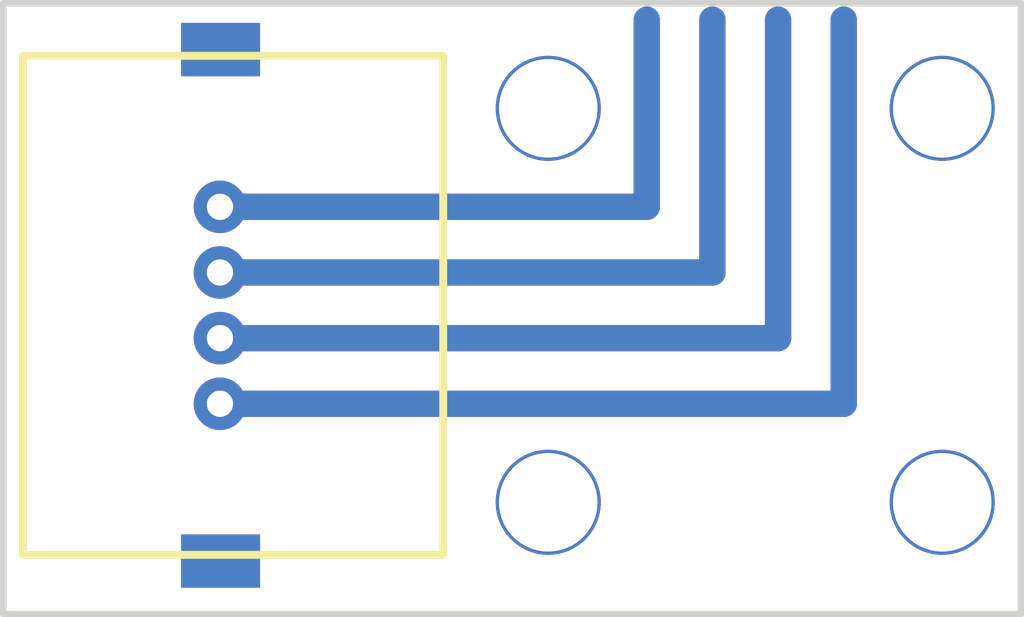
<source format=kicad_pcb>
(kicad_pcb (version 20171130) (host pcbnew "(5.1.0)-1")

  (general
    (thickness 1.6)
    (drawings 32)
    (tracks 28)
    (zones 0)
    (modules 0)
    (nets 1)
  )

  (page A4)
  (layers
    (0 F.Cu signal)
    (31 B.Cu signal)
    (32 B.Adhes user)
    (33 F.Adhes user)
    (34 B.Paste user)
    (35 F.Paste user)
    (36 B.SilkS user)
    (37 F.SilkS user)
    (38 B.Mask user)
    (39 F.Mask user)
    (40 Dwgs.User user)
    (41 Cmts.User user)
    (42 Eco1.User user)
    (43 Eco2.User user)
    (44 Edge.Cuts user)
    (45 Margin user)
    (46 B.CrtYd user)
    (47 F.CrtYd user)
    (48 B.Fab user)
    (49 F.Fab user)
  )

  (setup
    (last_trace_width 0.25)
    (trace_clearance 0.2)
    (zone_clearance 0.508)
    (zone_45_only no)
    (trace_min 0.2)
    (via_size 0.8)
    (via_drill 0.4)
    (via_min_size 0.4)
    (via_min_drill 0.3)
    (uvia_size 0.3)
    (uvia_drill 0.1)
    (uvias_allowed no)
    (uvia_min_size 0.2)
    (uvia_min_drill 0.1)
    (edge_width 0.05)
    (segment_width 0.2)
    (pcb_text_width 0.3)
    (pcb_text_size 1.5 1.5)
    (mod_edge_width 0.12)
    (mod_text_size 1 1)
    (mod_text_width 0.15)
    (pad_size 1.524 1.524)
    (pad_drill 0.762)
    (pad_to_mask_clearance 0.051)
    (solder_mask_min_width 0.25)
    (aux_axis_origin 0 0)
    (visible_elements 7FFFFFFF)
    (pcbplotparams
      (layerselection 0x010fc_ffffffff)
      (usegerberextensions true)
      (usegerberattributes false)
      (usegerberadvancedattributes false)
      (creategerberjobfile false)
      (excludeedgelayer true)
      (linewidth 0.100000)
      (plotframeref false)
      (viasonmask false)
      (mode 1)
      (useauxorigin false)
      (hpglpennumber 1)
      (hpglpenspeed 20)
      (hpglpendiameter 15.000000)
      (psnegative false)
      (psa4output false)
      (plotreference true)
      (plotvalue false)
      (plotinvisibletext false)
      (padsonsilk false)
      (subtractmaskfromsilk false)
      (outputformat 1)
      (mirror false)
      (drillshape 0)
      (scaleselection 1)
      (outputdirectory "gerbers_connexion_PCB_2/"))
  )

  (net 0 "")

  (net_class Default "Ceci est la Netclass par défaut."
    (clearance 0.2)
    (trace_width 0.25)
    (via_dia 0.8)
    (via_drill 0.4)
    (uvia_dia 0.3)
    (uvia_drill 0.1)
  )

  (gr_poly (pts (xy 132.41 74.31) (xy 133.61 74.31) (xy 133.61 73.5) (xy 132.41 73.5)) (layer B.Cu) (width 0.001) (tstamp 5DC1428B))
  (gr_poly (pts (xy 132.41 82.1) (xy 133.61 82.1) (xy 133.61 81.29) (xy 132.41 81.29)) (layer B.Cu) (width 0.001) (tstamp 5DC14285))
  (gr_poly (pts (xy 132.41 82.1) (xy 133.61 82.1) (xy 133.61 81.29) (xy 132.41 81.29)) (layer B.Mask) (width 0.001) (tstamp 5DC14272))
  (gr_poly (pts (xy 132.41 73.5) (xy 133.61 73.5) (xy 133.61 74.31) (xy 132.41 74.31)) (layer B.Mask) (width 0.001) (tstamp 5DC14253))
  (gr_line (start 133 79.3) (end 142.5 79.3) (layer B.Mask) (width 0.4) (tstamp 5DC029B8))
  (gr_line (start 142.5 79.3) (end 142.5 73.45) (layer B.Mask) (width 0.4) (tstamp 5DC029AD))
  (gr_line (start 133 78.3) (end 141.5 78.3) (layer B.Mask) (width 0.4) (tstamp 5DC029A1))
  (gr_line (start 141.5 78.3) (end 141.5 73.45) (layer B.Mask) (width 0.4) (tstamp 5DC02995))
  (gr_line (start 140.5 77.3) (end 140.5 73.45) (layer B.Mask) (width 0.4) (tstamp 5DC0298C))
  (gr_line (start 133 77.3) (end 140.5 77.3) (layer B.Mask) (width 0.4) (tstamp 5DC02970))
  (gr_line (start 139.5 76.3) (end 139.5 73.45) (layer B.Mask) (width 0.4) (tstamp 5DC02957))
  (gr_line (start 133 76.3) (end 139.5 76.3) (layer B.Mask) (width 0.4) (tstamp 5DC0294A))
  (gr_line (start 142.5 73.45) (end 142.5 79.3) (layer F.Mask) (width 0.4) (tstamp 5DC028DD))
  (gr_line (start 141.5 73.45) (end 141.5 78.3) (layer F.Mask) (width 0.4) (tstamp 5DC028D8))
  (gr_line (start 140.5 73.45) (end 140.5 77.3) (layer F.Mask) (width 0.4) (tstamp 5DC028CE))
  (gr_line (start 139.5 73.45) (end 139.5 76.3) (layer F.Mask) (width 0.4) (tstamp 5DC028AE))
  (gr_line (start 133 79.3) (end 142.5 79.3) (layer F.Mask) (width 0.4) (tstamp 5DC0286B))
  (gr_line (start 133 78.3) (end 141.5 78.3) (layer F.Mask) (width 0.4) (tstamp 5DC02868))
  (gr_line (start 133 77.3) (end 140.5 77.3) (layer F.Mask) (width 0.4) (tstamp 5DC0285B))
  (gr_line (start 133 76.3) (end 139.5 76.3) (layer F.Mask) (width 0.4))
  (gr_poly (pts (xy 132.41 81.29) (xy 133.61 81.29) (xy 133.61 82.1) (xy 132.41 82.1)) (layer F.Mask) (width 0.001) (tstamp 5D9C8C17))
  (gr_poly (pts (xy 132.41 73.5) (xy 133.61 73.5) (xy 133.61 74.31) (xy 132.41 74.31)) (layer F.Mask) (width 0.001) (tstamp 5D9C8C12))
  (gr_poly (pts (xy 132.41 81.29) (xy 133.61 81.29) (xy 133.61 82.1) (xy 132.41 82.1)) (layer F.Cu) (width 0.001) (tstamp 5D944BDC))
  (gr_poly (pts (xy 132.41 73.5) (xy 133.61 73.5) (xy 133.61 74.31) (xy 132.41 74.31)) (layer F.Cu) (width 0.001))
  (gr_line (start 130 81.6) (end 136.4 81.6) (layer F.SilkS) (width 0.12) (tstamp 5D944B65))
  (gr_line (start 136.4 74) (end 136.4 81.6) (layer F.SilkS) (width 0.12) (tstamp 5D944B5C))
  (gr_line (start 130 74) (end 130 81.6) (layer F.SilkS) (width 0.12) (tstamp 5D944B26))
  (gr_line (start 130 74) (end 136.4 74) (layer F.SilkS) (width 0.12))
  (gr_line (start 129.7 82.5) (end 129.7 73.2) (layer Edge.Cuts) (width 0.1))
  (gr_line (start 145.2 82.5) (end 129.7 82.5) (layer Edge.Cuts) (width 0.1))
  (gr_line (start 145.2 73.2) (end 145.2 82.5) (layer Edge.Cuts) (width 0.1))
  (gr_line (start 129.7 73.2) (end 145.2 73.2) (layer Edge.Cuts) (width 0.1))

  (segment (start 133 77.3) (end 133 77.3) (width 0.4) (layer F.Cu) (net 0) (tstamp 5D94464F))
  (segment (start 133 78.3) (end 133 78.3) (width 0.4) (layer F.Cu) (net 0) (tstamp 5D944657))
  (segment (start 133 79.3) (end 133 79.3) (width 0.4) (layer F.Cu) (net 0) (tstamp 5D94465F))
  (segment (start 139.5 76.3) (end 139.5 73.45) (width 0.4) (layer F.Cu) (net 0))
  (segment (start 133 76.3) (end 133 76.3) (width 0.4) (layer F.Cu) (net 0))
  (segment (start 140.5 77.3) (end 140.5 73.45) (width 0.4) (layer F.Cu) (net 0) (tstamp 5DC02402))
  (segment (start 141.5 78.3) (end 141.5 73.45) (width 0.4) (layer F.Cu) (net 0) (tstamp 5DC0240F))
  (segment (start 142.5 79.3) (end 142.5 73.45) (width 0.4) (layer F.Cu) (net 0) (tstamp 5DC0241A))
  (via (at 144 80.8) (size 1.6) (drill 1.5) (layers F.Cu B.Cu) (net 0))
  (via (at 138 80.8) (size 1.6) (drill 1.5) (layers F.Cu B.Cu) (net 0) (tstamp 5DC024FB))
  (segment (start 133 76.3) (end 139.5 76.3) (width 0.4) (layer B.Cu) (net 0) (tstamp 5DC02643))
  (segment (start 139.5 73.45) (end 139.5 76.3) (width 0.4) (layer B.Cu) (net 0) (tstamp 5DC02654))
  (segment (start 133 77.3) (end 140.5 77.3) (width 0.4) (layer B.Cu) (net 0) (tstamp 5DC0265D))
  (segment (start 140.5 73.45) (end 140.5 77.3) (width 0.4) (layer B.Cu) (net 0) (tstamp 5DC02669))
  (segment (start 133 78.3) (end 141.5 78.3) (width 0.4) (layer B.Cu) (net 0) (tstamp 5DC02675))
  (segment (start 141.5 73.45) (end 141.5 78.3) (width 0.4) (layer B.Cu) (net 0) (tstamp 5DC02683))
  (segment (start 142.5 73.45) (end 142.5 79.3) (width 0.4) (layer B.Cu) (net 0) (tstamp 5DC02696))
  (segment (start 133 79.3) (end 142.5 79.3) (width 0.4) (layer B.Cu) (net 0) (tstamp 5DC026A8))
  (segment (start 133 76.3) (end 139.5 76.3) (width 0.4) (layer F.Cu) (net 0) (tstamp 5DC027F7))
  (via (at 133 76.3) (size 0.8) (drill 0.4) (layers F.Cu B.Cu) (net 0))
  (segment (start 133 77.3) (end 140.5 77.3) (width 0.4) (layer F.Cu) (net 0) (tstamp 5DC027F9))
  (via (at 133 77.3) (size 0.8) (drill 0.4) (layers F.Cu B.Cu) (net 0))
  (segment (start 133 78.3) (end 141.5 78.3) (width 0.4) (layer F.Cu) (net 0) (tstamp 5DC027FB))
  (via (at 133 78.3) (size 0.8) (drill 0.4) (layers F.Cu B.Cu) (net 0))
  (segment (start 133 79.3) (end 142.5 79.3) (width 0.4) (layer F.Cu) (net 0) (tstamp 5DC027FD))
  (via (at 133 79.3) (size 0.8) (drill 0.4) (layers F.Cu B.Cu) (net 0))
  (via (at 138 74.8) (size 1.6) (drill 1.5) (layers F.Cu B.Cu) (net 0) (tstamp 5DC432C2))
  (via (at 144 74.8) (size 1.6) (drill 1.5) (layers F.Cu B.Cu) (net 0) (tstamp 5DC433F1))

)

</source>
